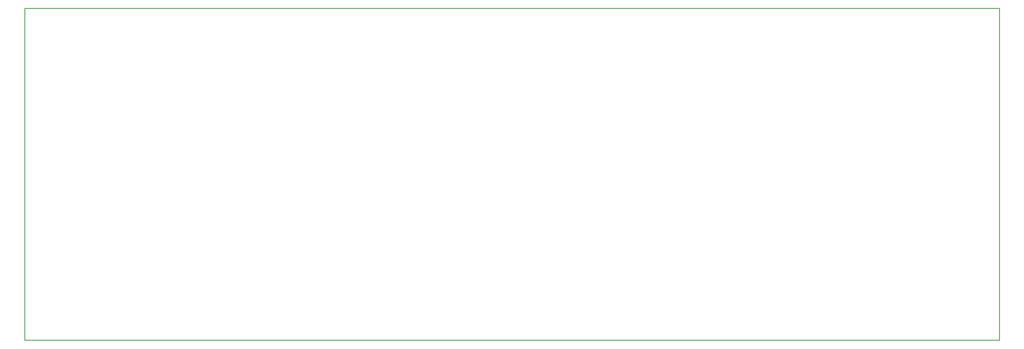
<source format=gbr>
G04 #@! TF.GenerationSoftware,KiCad,Pcbnew,5.0.1-33cea8e~68~ubuntu16.04.1*
G04 #@! TF.CreationDate,2018-10-23T23:14:49+02:00*
G04 #@! TF.ProjectId,mixersupply,6D69786572737570706C792E6B696361,1*
G04 #@! TF.SameCoordinates,Original*
G04 #@! TF.FileFunction,Profile,NP*
%FSLAX46Y46*%
G04 Gerber Fmt 4.6, Leading zero omitted, Abs format (unit mm)*
G04 Created by KiCad (PCBNEW 5.0.1-33cea8e~68~ubuntu16.04.1) date Di 23 Okt 2018 23:14:49 CEST*
%MOMM*%
%LPD*%
G01*
G04 APERTURE LIST*
%ADD10C,0.150000*%
G04 APERTURE END LIST*
D10*
X12700000Y-86360000D02*
X12700000Y-12700000D01*
X228600000Y-86360000D02*
X12700000Y-86360000D01*
X12700000Y-12700000D02*
X228600000Y-12700000D01*
X228600000Y-12700000D02*
X228600000Y-86360000D01*
M02*

</source>
